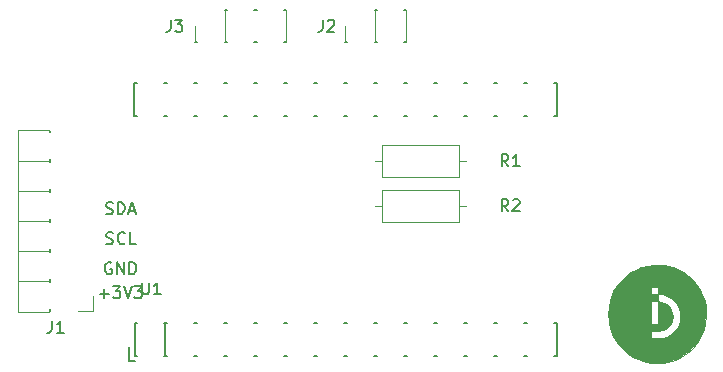
<source format=gbr>
G04 #@! TF.GenerationSoftware,KiCad,Pcbnew,(5.1.5)-3*
G04 #@! TF.CreationDate,2020-03-27T21:35:25+01:00*
G04 #@! TF.ProjectId,LoraWAN,4c6f7261-5741-44e2-9e6b-696361645f70,rev?*
G04 #@! TF.SameCoordinates,Original*
G04 #@! TF.FileFunction,Legend,Top*
G04 #@! TF.FilePolarity,Positive*
%FSLAX46Y46*%
G04 Gerber Fmt 4.6, Leading zero omitted, Abs format (unit mm)*
G04 Created by KiCad (PCBNEW (5.1.5)-3) date 2020-03-27 21:35:25*
%MOMM*%
%LPD*%
G04 APERTURE LIST*
%ADD10C,0.150000*%
%ADD11C,0.010000*%
%ADD12C,0.120000*%
G04 APERTURE END LIST*
D10*
X133405714Y-98448761D02*
X133548571Y-98496380D01*
X133786666Y-98496380D01*
X133881904Y-98448761D01*
X133929523Y-98401142D01*
X133977142Y-98305904D01*
X133977142Y-98210666D01*
X133929523Y-98115428D01*
X133881904Y-98067809D01*
X133786666Y-98020190D01*
X133596190Y-97972571D01*
X133500952Y-97924952D01*
X133453333Y-97877333D01*
X133405714Y-97782095D01*
X133405714Y-97686857D01*
X133453333Y-97591619D01*
X133500952Y-97544000D01*
X133596190Y-97496380D01*
X133834285Y-97496380D01*
X133977142Y-97544000D01*
X134405714Y-98496380D02*
X134405714Y-97496380D01*
X134643809Y-97496380D01*
X134786666Y-97544000D01*
X134881904Y-97639238D01*
X134929523Y-97734476D01*
X134977142Y-97924952D01*
X134977142Y-98067809D01*
X134929523Y-98258285D01*
X134881904Y-98353523D01*
X134786666Y-98448761D01*
X134643809Y-98496380D01*
X134405714Y-98496380D01*
X135358095Y-98210666D02*
X135834285Y-98210666D01*
X135262857Y-98496380D02*
X135596190Y-97496380D01*
X135929523Y-98496380D01*
X133429523Y-100988761D02*
X133572380Y-101036380D01*
X133810476Y-101036380D01*
X133905714Y-100988761D01*
X133953333Y-100941142D01*
X134000952Y-100845904D01*
X134000952Y-100750666D01*
X133953333Y-100655428D01*
X133905714Y-100607809D01*
X133810476Y-100560190D01*
X133620000Y-100512571D01*
X133524761Y-100464952D01*
X133477142Y-100417333D01*
X133429523Y-100322095D01*
X133429523Y-100226857D01*
X133477142Y-100131619D01*
X133524761Y-100084000D01*
X133620000Y-100036380D01*
X133858095Y-100036380D01*
X134000952Y-100084000D01*
X135000952Y-100941142D02*
X134953333Y-100988761D01*
X134810476Y-101036380D01*
X134715238Y-101036380D01*
X134572380Y-100988761D01*
X134477142Y-100893523D01*
X134429523Y-100798285D01*
X134381904Y-100607809D01*
X134381904Y-100464952D01*
X134429523Y-100274476D01*
X134477142Y-100179238D01*
X134572380Y-100084000D01*
X134715238Y-100036380D01*
X134810476Y-100036380D01*
X134953333Y-100084000D01*
X135000952Y-100131619D01*
X135905714Y-101036380D02*
X135429523Y-101036380D01*
X135429523Y-100036380D01*
X133858095Y-102624000D02*
X133762857Y-102576380D01*
X133620000Y-102576380D01*
X133477142Y-102624000D01*
X133381904Y-102719238D01*
X133334285Y-102814476D01*
X133286666Y-103004952D01*
X133286666Y-103147809D01*
X133334285Y-103338285D01*
X133381904Y-103433523D01*
X133477142Y-103528761D01*
X133620000Y-103576380D01*
X133715238Y-103576380D01*
X133858095Y-103528761D01*
X133905714Y-103481142D01*
X133905714Y-103147809D01*
X133715238Y-103147809D01*
X134334285Y-103576380D02*
X134334285Y-102576380D01*
X134905714Y-103576380D01*
X134905714Y-102576380D01*
X135381904Y-103576380D02*
X135381904Y-102576380D01*
X135620000Y-102576380D01*
X135762857Y-102624000D01*
X135858095Y-102719238D01*
X135905714Y-102814476D01*
X135953333Y-103004952D01*
X135953333Y-103147809D01*
X135905714Y-103338285D01*
X135858095Y-103433523D01*
X135762857Y-103528761D01*
X135620000Y-103576380D01*
X135381904Y-103576380D01*
X132858095Y-105227428D02*
X133620000Y-105227428D01*
X133239047Y-105608380D02*
X133239047Y-104846476D01*
X134000952Y-104608380D02*
X134620000Y-104608380D01*
X134286666Y-104989333D01*
X134429523Y-104989333D01*
X134524761Y-105036952D01*
X134572380Y-105084571D01*
X134620000Y-105179809D01*
X134620000Y-105417904D01*
X134572380Y-105513142D01*
X134524761Y-105560761D01*
X134429523Y-105608380D01*
X134143809Y-105608380D01*
X134048571Y-105560761D01*
X134000952Y-105513142D01*
X134905714Y-104608380D02*
X135239047Y-105608380D01*
X135572380Y-104608380D01*
X135810476Y-104608380D02*
X136429523Y-104608380D01*
X136096190Y-104989333D01*
X136239047Y-104989333D01*
X136334285Y-105036952D01*
X136381904Y-105084571D01*
X136429523Y-105179809D01*
X136429523Y-105417904D01*
X136381904Y-105513142D01*
X136334285Y-105560761D01*
X136239047Y-105608380D01*
X135953333Y-105608380D01*
X135858095Y-105560761D01*
X135810476Y-105513142D01*
D11*
G36*
X180368748Y-102792065D02*
G01*
X180690321Y-102831761D01*
X181024093Y-102892021D01*
X181343442Y-102967575D01*
X181621744Y-103053155D01*
X181765607Y-103110568D01*
X182196334Y-103343762D01*
X182611947Y-103640918D01*
X182997713Y-103987715D01*
X183338901Y-104369834D01*
X183620778Y-104772956D01*
X183777966Y-105066516D01*
X183959258Y-105494727D01*
X184087342Y-105891392D01*
X184170099Y-106283581D01*
X184200042Y-106515794D01*
X184218728Y-107098764D01*
X184157083Y-107674655D01*
X184017773Y-108233684D01*
X183803467Y-108766066D01*
X183516830Y-109262018D01*
X183410963Y-109410500D01*
X183014747Y-109872579D01*
X182572626Y-110264798D01*
X182089395Y-110585102D01*
X181569850Y-110831438D01*
X181018788Y-111001751D01*
X180441004Y-111093987D01*
X179841295Y-111106094D01*
X179514500Y-111079120D01*
X179203913Y-111021782D01*
X178859684Y-110923497D01*
X178505762Y-110793897D01*
X178166098Y-110642614D01*
X177864641Y-110479281D01*
X177639707Y-110325120D01*
X177161226Y-109904054D01*
X176765693Y-109468702D01*
X176452473Y-109018293D01*
X176261571Y-108648500D01*
X176165046Y-108384759D01*
X176078314Y-108064469D01*
X176006853Y-107715634D01*
X175956144Y-107366262D01*
X175931665Y-107044359D01*
X175930258Y-106955167D01*
X175966519Y-106408302D01*
X176067455Y-105875667D01*
X179535667Y-105875667D01*
X179535667Y-107780667D01*
X180170667Y-107780667D01*
X180170667Y-105875667D01*
X179535667Y-105875667D01*
X176067455Y-105875667D01*
X176069789Y-105863354D01*
X176234584Y-105339781D01*
X176455416Y-104857040D01*
X176578490Y-104648000D01*
X179535667Y-104648000D01*
X179535667Y-105240667D01*
X180170667Y-105240667D01*
X180170667Y-105868224D01*
X180350583Y-105898235D01*
X180660293Y-105989095D01*
X180921963Y-106146034D01*
X181129459Y-106361557D01*
X181276645Y-106628173D01*
X181357386Y-106938390D01*
X181371389Y-107144839D01*
X181337010Y-107478845D01*
X181234212Y-107763812D01*
X181064349Y-107998657D01*
X180828778Y-108182300D01*
X180528854Y-108313660D01*
X180165930Y-108391654D01*
X179779083Y-108415347D01*
X179535667Y-108415667D01*
X179535667Y-109016836D01*
X180075417Y-108999433D01*
X180320079Y-108989041D01*
X180502048Y-108973890D01*
X180643288Y-108950608D01*
X180765761Y-108915828D01*
X180861872Y-108878765D01*
X181126036Y-108738436D01*
X181385221Y-108548255D01*
X181609705Y-108332026D01*
X181722435Y-108189513D01*
X181891726Y-107870698D01*
X181993549Y-107517593D01*
X182027793Y-107147202D01*
X181994350Y-106776529D01*
X181893110Y-106422581D01*
X181735794Y-106119960D01*
X181495215Y-105817032D01*
X181216214Y-105581988D01*
X180889894Y-105409397D01*
X180507361Y-105293826D01*
X180329417Y-105261233D01*
X180170667Y-105236830D01*
X180170667Y-104648000D01*
X179535667Y-104648000D01*
X176578490Y-104648000D01*
X176582615Y-104640994D01*
X176697785Y-104485008D01*
X176862036Y-104293892D01*
X177058010Y-104085000D01*
X177268353Y-103875690D01*
X177475708Y-103683315D01*
X177662721Y-103525233D01*
X177792994Y-103430615D01*
X178238356Y-103189524D01*
X178734795Y-102998305D01*
X179260921Y-102863043D01*
X179795346Y-102789823D01*
X180086000Y-102778200D01*
X180368748Y-102792065D01*
G37*
X180368748Y-102792065D02*
X180690321Y-102831761D01*
X181024093Y-102892021D01*
X181343442Y-102967575D01*
X181621744Y-103053155D01*
X181765607Y-103110568D01*
X182196334Y-103343762D01*
X182611947Y-103640918D01*
X182997713Y-103987715D01*
X183338901Y-104369834D01*
X183620778Y-104772956D01*
X183777966Y-105066516D01*
X183959258Y-105494727D01*
X184087342Y-105891392D01*
X184170099Y-106283581D01*
X184200042Y-106515794D01*
X184218728Y-107098764D01*
X184157083Y-107674655D01*
X184017773Y-108233684D01*
X183803467Y-108766066D01*
X183516830Y-109262018D01*
X183410963Y-109410500D01*
X183014747Y-109872579D01*
X182572626Y-110264798D01*
X182089395Y-110585102D01*
X181569850Y-110831438D01*
X181018788Y-111001751D01*
X180441004Y-111093987D01*
X179841295Y-111106094D01*
X179514500Y-111079120D01*
X179203913Y-111021782D01*
X178859684Y-110923497D01*
X178505762Y-110793897D01*
X178166098Y-110642614D01*
X177864641Y-110479281D01*
X177639707Y-110325120D01*
X177161226Y-109904054D01*
X176765693Y-109468702D01*
X176452473Y-109018293D01*
X176261571Y-108648500D01*
X176165046Y-108384759D01*
X176078314Y-108064469D01*
X176006853Y-107715634D01*
X175956144Y-107366262D01*
X175931665Y-107044359D01*
X175930258Y-106955167D01*
X175966519Y-106408302D01*
X176067455Y-105875667D01*
X179535667Y-105875667D01*
X179535667Y-107780667D01*
X180170667Y-107780667D01*
X180170667Y-105875667D01*
X179535667Y-105875667D01*
X176067455Y-105875667D01*
X176069789Y-105863354D01*
X176234584Y-105339781D01*
X176455416Y-104857040D01*
X176578490Y-104648000D01*
X179535667Y-104648000D01*
X179535667Y-105240667D01*
X180170667Y-105240667D01*
X180170667Y-105868224D01*
X180350583Y-105898235D01*
X180660293Y-105989095D01*
X180921963Y-106146034D01*
X181129459Y-106361557D01*
X181276645Y-106628173D01*
X181357386Y-106938390D01*
X181371389Y-107144839D01*
X181337010Y-107478845D01*
X181234212Y-107763812D01*
X181064349Y-107998657D01*
X180828778Y-108182300D01*
X180528854Y-108313660D01*
X180165930Y-108391654D01*
X179779083Y-108415347D01*
X179535667Y-108415667D01*
X179535667Y-109016836D01*
X180075417Y-108999433D01*
X180320079Y-108989041D01*
X180502048Y-108973890D01*
X180643288Y-108950608D01*
X180765761Y-108915828D01*
X180861872Y-108878765D01*
X181126036Y-108738436D01*
X181385221Y-108548255D01*
X181609705Y-108332026D01*
X181722435Y-108189513D01*
X181891726Y-107870698D01*
X181993549Y-107517593D01*
X182027793Y-107147202D01*
X181994350Y-106776529D01*
X181893110Y-106422581D01*
X181735794Y-106119960D01*
X181495215Y-105817032D01*
X181216214Y-105581988D01*
X180889894Y-105409397D01*
X180507361Y-105293826D01*
X180329417Y-105261233D01*
X180170667Y-105236830D01*
X180170667Y-104648000D01*
X179535667Y-104648000D01*
X176578490Y-104648000D01*
X176582615Y-104640994D01*
X176697785Y-104485008D01*
X176862036Y-104293892D01*
X177058010Y-104085000D01*
X177268353Y-103875690D01*
X177475708Y-103683315D01*
X177662721Y-103525233D01*
X177792994Y-103430615D01*
X178238356Y-103189524D01*
X178734795Y-102998305D01*
X179260921Y-102863043D01*
X179795346Y-102789823D01*
X180086000Y-102778200D01*
X180368748Y-102792065D01*
D10*
X136045800Y-87424565D02*
X135741000Y-87424565D01*
X135741000Y-87424565D02*
X135741000Y-90160965D01*
X135741000Y-90160965D02*
X136039000Y-90160965D01*
X148434200Y-87417765D02*
X148739000Y-87417765D01*
X145894200Y-90160965D02*
X146199000Y-90160965D01*
X171599000Y-90160965D02*
X171599000Y-87424565D01*
X143354200Y-90160965D02*
X143659000Y-90160965D01*
X140814200Y-90160965D02*
X141119000Y-90160965D01*
X148434200Y-90160965D02*
X148739000Y-90160965D01*
X145894200Y-87417765D02*
X146199000Y-87417765D01*
X153825800Y-87424565D02*
X153521000Y-87424565D01*
X171294200Y-90160965D02*
X171599000Y-90160965D01*
X140814200Y-87417765D02*
X141119000Y-87417765D01*
X158594200Y-90160965D02*
X158899000Y-90160965D01*
X163674200Y-90160965D02*
X163979000Y-90160965D01*
X166214200Y-90160965D02*
X166519000Y-90160965D01*
X156054200Y-90160965D02*
X156359000Y-90160965D01*
X168754200Y-90160965D02*
X169059000Y-90160965D01*
X161134200Y-90160965D02*
X161439000Y-90160965D01*
X143354200Y-87417765D02*
X143659000Y-87417765D01*
X153514200Y-90160965D02*
X153819000Y-90160965D01*
X169065800Y-87424565D02*
X168761000Y-87424565D01*
X166525800Y-87424565D02*
X166221000Y-87424565D01*
X163985800Y-87424565D02*
X163681000Y-87424565D01*
X161445800Y-87424565D02*
X161141000Y-87424565D01*
X158905800Y-87424565D02*
X158601000Y-87424565D01*
X156365800Y-87424565D02*
X156061000Y-87424565D01*
X151285800Y-87424565D02*
X150981000Y-87424565D01*
X150974200Y-90160965D02*
X151279000Y-90160965D01*
X171599000Y-87424565D02*
X171301000Y-87424565D01*
X138585800Y-87424565D02*
X138328400Y-87424565D01*
X138328400Y-90160965D02*
X138579000Y-90160965D01*
X135382000Y-110890765D02*
X135382000Y-109747765D01*
X135890000Y-110890765D02*
X135382000Y-110890765D01*
X135839200Y-110480965D02*
X135991600Y-110484365D01*
X135991600Y-107744565D02*
X135839200Y-107741165D01*
X138328400Y-110480965D02*
X138579000Y-110480965D01*
X138585800Y-107744565D02*
X138328400Y-107744565D01*
X171294200Y-110480965D02*
X171599000Y-110480965D01*
X171599000Y-107744565D02*
X171301000Y-107744565D01*
X150974200Y-110480965D02*
X151279000Y-110480965D01*
X151285800Y-107744565D02*
X150981000Y-107744565D01*
X153825800Y-107744565D02*
X153521000Y-107744565D01*
X156365800Y-107744565D02*
X156061000Y-107744565D01*
X158905800Y-107744565D02*
X158601000Y-107744565D01*
X161445800Y-107744565D02*
X161141000Y-107744565D01*
X163985800Y-107744565D02*
X163681000Y-107744565D01*
X166525800Y-107744565D02*
X166221000Y-107744565D01*
X169065800Y-107744565D02*
X168761000Y-107744565D01*
X168754200Y-110480965D02*
X169059000Y-110480965D01*
X166214200Y-110480965D02*
X166519000Y-110480965D01*
X163674200Y-110480965D02*
X163979000Y-110480965D01*
X161134200Y-110480965D02*
X161439000Y-110480965D01*
X158594200Y-110480965D02*
X158899000Y-110480965D01*
X156054200Y-110480965D02*
X156359000Y-110480965D01*
X153514200Y-110480965D02*
X153819000Y-110480965D01*
X140814200Y-107737765D02*
X141119000Y-107737765D01*
X143354200Y-107737765D02*
X143659000Y-107737765D01*
X145894200Y-107737765D02*
X146199000Y-107737765D01*
X148434200Y-107737765D02*
X148739000Y-107737765D01*
X135839200Y-110480965D02*
X135839200Y-107741165D01*
X138426600Y-110439365D02*
X138426600Y-107779365D01*
X148434200Y-110480965D02*
X148739000Y-110480965D01*
X140814200Y-110480965D02*
X141119000Y-110480965D01*
X143354200Y-110480965D02*
X143659000Y-110480965D01*
X145894200Y-110480965D02*
X146199000Y-110480965D01*
X171599000Y-110480965D02*
X171599000Y-107744565D01*
X128651000Y-91567000D02*
X128651000Y-91440000D01*
X128651000Y-94107000D02*
X128651000Y-93853000D01*
X128651000Y-96647000D02*
X128651000Y-96393000D01*
X128651000Y-99187000D02*
X128651000Y-98933000D01*
X128651000Y-101727000D02*
X128651000Y-101473000D01*
X128651000Y-104267000D02*
X128651000Y-104013000D01*
X128651000Y-106553000D02*
X128651000Y-106680000D01*
D12*
X128608000Y-91380000D02*
X125948000Y-91380000D01*
X125948000Y-91380000D02*
X125948000Y-106740000D01*
X125948000Y-106740000D02*
X128608000Y-106740000D01*
X128608000Y-104140000D02*
X125948000Y-104140000D01*
X128608000Y-101600000D02*
X125948000Y-101600000D01*
X128608000Y-99060000D02*
X125948000Y-99060000D01*
X128608000Y-96520000D02*
X125948000Y-96520000D01*
X128608000Y-93980000D02*
X125948000Y-93980000D01*
X132334000Y-105410000D02*
X132334000Y-106680000D01*
X132334000Y-106680000D02*
X131064000Y-106680000D01*
X156159200Y-97790000D02*
X156750000Y-97790000D01*
X163880800Y-97790000D02*
X163290000Y-97790000D01*
X156750000Y-99160000D02*
X163290000Y-99160000D01*
X156750000Y-96420000D02*
X156750000Y-99160000D01*
X163290000Y-96420000D02*
X156750000Y-96420000D01*
X163290000Y-99160000D02*
X163290000Y-96420000D01*
X156159199Y-93980002D02*
X156749999Y-93980002D01*
X163880799Y-93980002D02*
X163289999Y-93980002D01*
X156749999Y-95350002D02*
X163289999Y-95350002D01*
X156749999Y-92610002D02*
X156749999Y-95350002D01*
X163289999Y-92610002D02*
X156749999Y-92610002D01*
X163289999Y-95350002D02*
X163289999Y-92610002D01*
D10*
X145897600Y-81178400D02*
X146202400Y-81178400D01*
X143510000Y-81178400D02*
X143662400Y-81178400D01*
X148640800Y-81178400D02*
X148437600Y-81178400D01*
X148437600Y-83921600D02*
X148640800Y-83921600D01*
X145897600Y-83921600D02*
X146202400Y-83921600D01*
X143510000Y-83921600D02*
X143662400Y-83921600D01*
X140919200Y-83921600D02*
X141122400Y-83921600D01*
D12*
X148650000Y-83880000D02*
X148650000Y-81220000D01*
X143510000Y-83880000D02*
X143510000Y-81220000D01*
X140910000Y-83880000D02*
X140910000Y-82550000D01*
X153610000Y-83880000D02*
X153610000Y-82550000D01*
X156210000Y-83880000D02*
X156210000Y-81220000D01*
X158810000Y-83880000D02*
X158810000Y-81220000D01*
D10*
X153619200Y-83921600D02*
X153822400Y-83921600D01*
X156210000Y-83921600D02*
X156362400Y-83921600D01*
X158597600Y-83921600D02*
X158800800Y-83921600D01*
X158800800Y-81178400D02*
X158597600Y-81178400D01*
X156210000Y-81178400D02*
X156362400Y-81178400D01*
X136461595Y-104290880D02*
X136461595Y-105100404D01*
X136509214Y-105195642D01*
X136556833Y-105243261D01*
X136652071Y-105290880D01*
X136842547Y-105290880D01*
X136937785Y-105243261D01*
X136985404Y-105195642D01*
X137033023Y-105100404D01*
X137033023Y-104290880D01*
X138033023Y-105290880D02*
X137461595Y-105290880D01*
X137747309Y-105290880D02*
X137747309Y-104290880D01*
X137652071Y-104433738D01*
X137556833Y-104528976D01*
X137461595Y-104576595D01*
X128825666Y-107529380D02*
X128825666Y-108243666D01*
X128778047Y-108386523D01*
X128682809Y-108481761D01*
X128539952Y-108529380D01*
X128444714Y-108529380D01*
X129825666Y-108529380D02*
X129254238Y-108529380D01*
X129539952Y-108529380D02*
X129539952Y-107529380D01*
X129444714Y-107672238D01*
X129349476Y-107767476D01*
X129254238Y-107815095D01*
X167473333Y-98242380D02*
X167140000Y-97766190D01*
X166901904Y-98242380D02*
X166901904Y-97242380D01*
X167282857Y-97242380D01*
X167378095Y-97290000D01*
X167425714Y-97337619D01*
X167473333Y-97432857D01*
X167473333Y-97575714D01*
X167425714Y-97670952D01*
X167378095Y-97718571D01*
X167282857Y-97766190D01*
X166901904Y-97766190D01*
X167854285Y-97337619D02*
X167901904Y-97290000D01*
X167997142Y-97242380D01*
X168235238Y-97242380D01*
X168330476Y-97290000D01*
X168378095Y-97337619D01*
X168425714Y-97432857D01*
X168425714Y-97528095D01*
X168378095Y-97670952D01*
X167806666Y-98242380D01*
X168425714Y-98242380D01*
X167473333Y-94432380D02*
X167140000Y-93956190D01*
X166901904Y-94432380D02*
X166901904Y-93432380D01*
X167282857Y-93432380D01*
X167378095Y-93480000D01*
X167425714Y-93527619D01*
X167473333Y-93622857D01*
X167473333Y-93765714D01*
X167425714Y-93860952D01*
X167378095Y-93908571D01*
X167282857Y-93956190D01*
X166901904Y-93956190D01*
X168425714Y-94432380D02*
X167854285Y-94432380D01*
X168140000Y-94432380D02*
X168140000Y-93432380D01*
X168044761Y-93575238D01*
X167949523Y-93670476D01*
X167854285Y-93718095D01*
X138866666Y-82052380D02*
X138866666Y-82766666D01*
X138819047Y-82909523D01*
X138723809Y-83004761D01*
X138580952Y-83052380D01*
X138485714Y-83052380D01*
X139247619Y-82052380D02*
X139866666Y-82052380D01*
X139533333Y-82433333D01*
X139676190Y-82433333D01*
X139771428Y-82480952D01*
X139819047Y-82528571D01*
X139866666Y-82623809D01*
X139866666Y-82861904D01*
X139819047Y-82957142D01*
X139771428Y-83004761D01*
X139676190Y-83052380D01*
X139390476Y-83052380D01*
X139295238Y-83004761D01*
X139247619Y-82957142D01*
X151736666Y-82052380D02*
X151736666Y-82766666D01*
X151689047Y-82909523D01*
X151593809Y-83004761D01*
X151450952Y-83052380D01*
X151355714Y-83052380D01*
X152165238Y-82147619D02*
X152212857Y-82100000D01*
X152308095Y-82052380D01*
X152546190Y-82052380D01*
X152641428Y-82100000D01*
X152689047Y-82147619D01*
X152736666Y-82242857D01*
X152736666Y-82338095D01*
X152689047Y-82480952D01*
X152117619Y-83052380D01*
X152736666Y-83052380D01*
M02*

</source>
